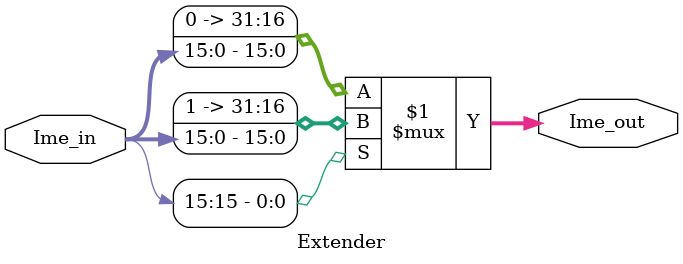
<source format=v>
`timescale 1ns / 1ps


module Extender(
    input wire [15:0] Ime_in,
    output wire [31:0] Ime_out
    );

    assign Ime_out = (Ime_in[15])?{16'hffff,Ime_in[15:0]}:{16'h0,Ime_in[15:0]};
    
endmodule


</source>
